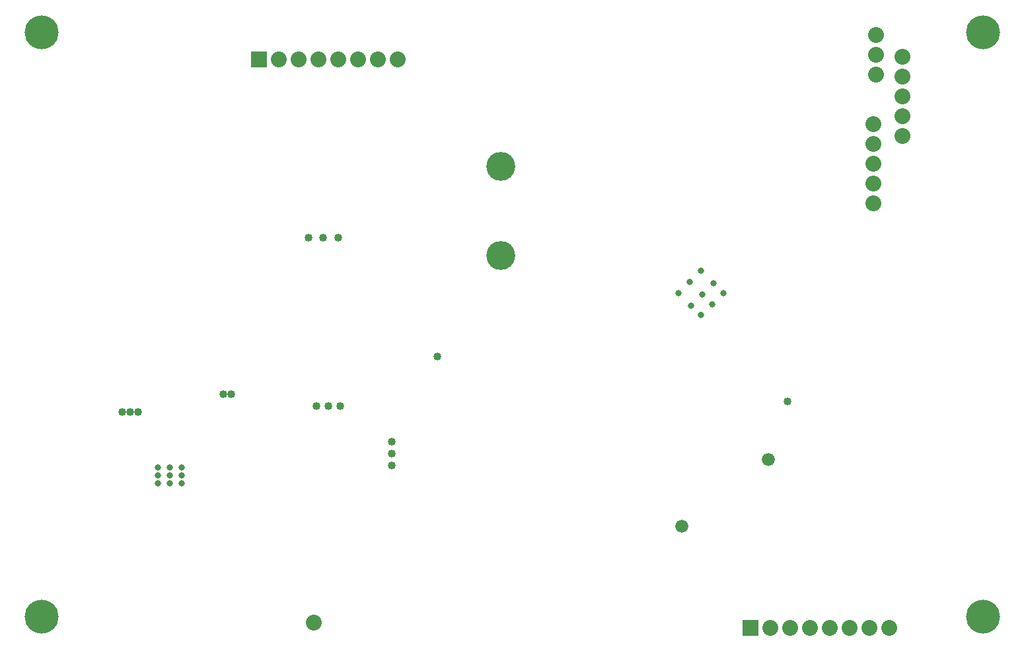
<source format=gbs>
G75*
%MOIN*%
%OFA0B0*%
%FSLAX24Y24*%
%IPPOS*%
%LPD*%
%AMOC8*
5,1,8,0,0,1.08239X$1,22.5*
%
%ADD10R,0.0800X0.0800*%
%ADD11C,0.0800*%
%ADD12C,0.0330*%
%ADD13C,0.0400*%
%ADD14C,0.1710*%
%ADD15C,0.1460*%
%ADD16C,0.0660*%
D10*
X037840Y006229D03*
X013030Y034899D03*
D11*
X014030Y034899D03*
X015030Y034899D03*
X016030Y034899D03*
X017030Y034899D03*
X018030Y034899D03*
X019030Y034899D03*
X020030Y034899D03*
X044160Y035139D03*
X044160Y034139D03*
X045490Y034059D03*
X045490Y033059D03*
X045490Y032059D03*
X045490Y031059D03*
X044030Y030649D03*
X044030Y029649D03*
X044030Y028649D03*
X044030Y027649D03*
X044030Y031649D03*
X045490Y035059D03*
X044160Y036139D03*
X043840Y006229D03*
X042840Y006229D03*
X041840Y006229D03*
X040840Y006229D03*
X039840Y006229D03*
X038840Y006229D03*
X044840Y006229D03*
X015800Y006469D03*
D12*
X009130Y013499D03*
X009130Y013899D03*
X009130Y014299D03*
X008530Y014299D03*
X008530Y013899D03*
X008530Y013499D03*
X007930Y013499D03*
X007930Y013899D03*
X007930Y014299D03*
X034199Y023129D03*
X034764Y023695D03*
X035401Y023058D03*
X035966Y023624D03*
X036461Y023129D03*
X035896Y022563D03*
X035330Y021998D03*
X034835Y022493D03*
X035330Y024260D03*
D13*
X039710Y017639D03*
X022030Y019899D03*
X017130Y017399D03*
X016530Y017399D03*
X015930Y017399D03*
X019730Y015599D03*
X019730Y014999D03*
X019730Y014399D03*
X011630Y017999D03*
X011230Y017999D03*
X006930Y017099D03*
X006530Y017099D03*
X006130Y017099D03*
X015530Y025899D03*
X016280Y025899D03*
X017030Y025899D03*
D14*
X002050Y006769D03*
X002050Y036269D03*
X049550Y036269D03*
X049550Y006769D03*
D15*
X025230Y024999D03*
X025230Y029499D03*
D16*
X038730Y014729D03*
X034370Y011349D03*
M02*

</source>
